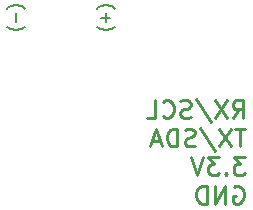
<source format=gbo>
G04 #@! TF.GenerationSoftware,KiCad,Pcbnew,9.0.4-9.0.4-0~ubuntu22.04.1*
G04 #@! TF.CreationDate,2025-10-28T08:42:02-06:00*
G04 #@! TF.ProjectId,WOOTSwitch,574f4f54-5377-4697-9463-682e6b696361,rev?*
G04 #@! TF.SameCoordinates,Original*
G04 #@! TF.FileFunction,Legend,Bot*
G04 #@! TF.FilePolarity,Positive*
%FSLAX46Y46*%
G04 Gerber Fmt 4.6, Leading zero omitted, Abs format (unit mm)*
G04 Created by KiCad (PCBNEW 9.0.4-9.0.4-0~ubuntu22.04.1) date 2025-10-28 08:42:02*
%MOMM*%
%LPD*%
G01*
G04 APERTURE LIST*
G04 Aperture macros list*
%AMRoundRect*
0 Rectangle with rounded corners*
0 $1 Rounding radius*
0 $2 $3 $4 $5 $6 $7 $8 $9 X,Y pos of 4 corners*
0 Add a 4 corners polygon primitive as box body*
4,1,4,$2,$3,$4,$5,$6,$7,$8,$9,$2,$3,0*
0 Add four circle primitives for the rounded corners*
1,1,$1+$1,$2,$3*
1,1,$1+$1,$4,$5*
1,1,$1+$1,$6,$7*
1,1,$1+$1,$8,$9*
0 Add four rect primitives between the rounded corners*
20,1,$1+$1,$2,$3,$4,$5,0*
20,1,$1+$1,$4,$5,$6,$7,0*
20,1,$1+$1,$6,$7,$8,$9,0*
20,1,$1+$1,$8,$9,$2,$3,0*%
G04 Aperture macros list end*
%ADD10C,0.150000*%
%ADD11C,0.250000*%
%ADD12C,2.700000*%
%ADD13C,1.400000*%
%ADD14C,3.200000*%
%ADD15R,1.700000X1.700000*%
%ADD16O,1.700000X1.700000*%
%ADD17RoundRect,0.102000X0.749000X-0.749000X0.749000X0.749000X-0.749000X0.749000X-0.749000X-0.749000X0*%
%ADD18C,1.702000*%
%ADD19C,1.600000*%
%ADD20R,4.000000X4.000000*%
%ADD21C,3.300000*%
%ADD22C,3.500000*%
%ADD23O,1.800000X1.800000*%
%ADD24O,1.500000X1.500000*%
%ADD25R,2.000000X2.000000*%
%ADD26C,2.000000*%
G04 APERTURE END LIST*
D10*
X75003771Y-102108095D02*
X74956152Y-102060476D01*
X74956152Y-102060476D02*
X74813295Y-101965238D01*
X74813295Y-101965238D02*
X74718057Y-101917619D01*
X74718057Y-101917619D02*
X74575200Y-101870000D01*
X74575200Y-101870000D02*
X74337104Y-101822381D01*
X74337104Y-101822381D02*
X74146628Y-101822381D01*
X74146628Y-101822381D02*
X73908533Y-101870000D01*
X73908533Y-101870000D02*
X73765676Y-101917619D01*
X73765676Y-101917619D02*
X73670438Y-101965238D01*
X73670438Y-101965238D02*
X73527580Y-102060476D01*
X73527580Y-102060476D02*
X73479961Y-102108095D01*
X74241866Y-102489048D02*
X74241866Y-103250953D01*
X74622819Y-102870000D02*
X73860914Y-102870000D01*
X75003771Y-103631905D02*
X74956152Y-103679524D01*
X74956152Y-103679524D02*
X74813295Y-103774762D01*
X74813295Y-103774762D02*
X74718057Y-103822381D01*
X74718057Y-103822381D02*
X74575200Y-103870000D01*
X74575200Y-103870000D02*
X74337104Y-103917619D01*
X74337104Y-103917619D02*
X74146628Y-103917619D01*
X74146628Y-103917619D02*
X73908533Y-103870000D01*
X73908533Y-103870000D02*
X73765676Y-103822381D01*
X73765676Y-103822381D02*
X73670438Y-103774762D01*
X73670438Y-103774762D02*
X73527580Y-103679524D01*
X73527580Y-103679524D02*
X73479961Y-103631905D01*
X67383771Y-102108095D02*
X67336152Y-102060476D01*
X67336152Y-102060476D02*
X67193295Y-101965238D01*
X67193295Y-101965238D02*
X67098057Y-101917619D01*
X67098057Y-101917619D02*
X66955200Y-101870000D01*
X66955200Y-101870000D02*
X66717104Y-101822381D01*
X66717104Y-101822381D02*
X66526628Y-101822381D01*
X66526628Y-101822381D02*
X66288533Y-101870000D01*
X66288533Y-101870000D02*
X66145676Y-101917619D01*
X66145676Y-101917619D02*
X66050438Y-101965238D01*
X66050438Y-101965238D02*
X65907580Y-102060476D01*
X65907580Y-102060476D02*
X65859961Y-102108095D01*
X66621866Y-102489048D02*
X66621866Y-103250953D01*
X67383771Y-103631905D02*
X67336152Y-103679524D01*
X67336152Y-103679524D02*
X67193295Y-103774762D01*
X67193295Y-103774762D02*
X67098057Y-103822381D01*
X67098057Y-103822381D02*
X66955200Y-103870000D01*
X66955200Y-103870000D02*
X66717104Y-103917619D01*
X66717104Y-103917619D02*
X66526628Y-103917619D01*
X66526628Y-103917619D02*
X66288533Y-103870000D01*
X66288533Y-103870000D02*
X66145676Y-103822381D01*
X66145676Y-103822381D02*
X66050438Y-103774762D01*
X66050438Y-103774762D02*
X65907580Y-103679524D01*
X65907580Y-103679524D02*
X65859961Y-103631905D01*
D11*
X84981241Y-111358554D02*
X85481241Y-110644268D01*
X85838384Y-111358554D02*
X85838384Y-109858554D01*
X85838384Y-109858554D02*
X85266955Y-109858554D01*
X85266955Y-109858554D02*
X85124098Y-109929983D01*
X85124098Y-109929983D02*
X85052669Y-110001411D01*
X85052669Y-110001411D02*
X84981241Y-110144268D01*
X84981241Y-110144268D02*
X84981241Y-110358554D01*
X84981241Y-110358554D02*
X85052669Y-110501411D01*
X85052669Y-110501411D02*
X85124098Y-110572840D01*
X85124098Y-110572840D02*
X85266955Y-110644268D01*
X85266955Y-110644268D02*
X85838384Y-110644268D01*
X84481241Y-109858554D02*
X83481241Y-111358554D01*
X83481241Y-109858554D02*
X84481241Y-111358554D01*
X81838384Y-109787126D02*
X83124098Y-111715697D01*
X81409812Y-111287126D02*
X81195527Y-111358554D01*
X81195527Y-111358554D02*
X80838384Y-111358554D01*
X80838384Y-111358554D02*
X80695527Y-111287126D01*
X80695527Y-111287126D02*
X80624098Y-111215697D01*
X80624098Y-111215697D02*
X80552669Y-111072840D01*
X80552669Y-111072840D02*
X80552669Y-110929983D01*
X80552669Y-110929983D02*
X80624098Y-110787126D01*
X80624098Y-110787126D02*
X80695527Y-110715697D01*
X80695527Y-110715697D02*
X80838384Y-110644268D01*
X80838384Y-110644268D02*
X81124098Y-110572840D01*
X81124098Y-110572840D02*
X81266955Y-110501411D01*
X81266955Y-110501411D02*
X81338384Y-110429983D01*
X81338384Y-110429983D02*
X81409812Y-110287126D01*
X81409812Y-110287126D02*
X81409812Y-110144268D01*
X81409812Y-110144268D02*
X81338384Y-110001411D01*
X81338384Y-110001411D02*
X81266955Y-109929983D01*
X81266955Y-109929983D02*
X81124098Y-109858554D01*
X81124098Y-109858554D02*
X80766955Y-109858554D01*
X80766955Y-109858554D02*
X80552669Y-109929983D01*
X79052670Y-111215697D02*
X79124098Y-111287126D01*
X79124098Y-111287126D02*
X79338384Y-111358554D01*
X79338384Y-111358554D02*
X79481241Y-111358554D01*
X79481241Y-111358554D02*
X79695527Y-111287126D01*
X79695527Y-111287126D02*
X79838384Y-111144268D01*
X79838384Y-111144268D02*
X79909813Y-111001411D01*
X79909813Y-111001411D02*
X79981241Y-110715697D01*
X79981241Y-110715697D02*
X79981241Y-110501411D01*
X79981241Y-110501411D02*
X79909813Y-110215697D01*
X79909813Y-110215697D02*
X79838384Y-110072840D01*
X79838384Y-110072840D02*
X79695527Y-109929983D01*
X79695527Y-109929983D02*
X79481241Y-109858554D01*
X79481241Y-109858554D02*
X79338384Y-109858554D01*
X79338384Y-109858554D02*
X79124098Y-109929983D01*
X79124098Y-109929983D02*
X79052670Y-110001411D01*
X77695527Y-111358554D02*
X78409813Y-111358554D01*
X78409813Y-111358554D02*
X78409813Y-109858554D01*
X86052669Y-112273470D02*
X85195527Y-112273470D01*
X85624098Y-113773470D02*
X85624098Y-112273470D01*
X84838384Y-112273470D02*
X83838384Y-113773470D01*
X83838384Y-112273470D02*
X84838384Y-113773470D01*
X82195527Y-112202042D02*
X83481241Y-114130613D01*
X81766955Y-113702042D02*
X81552670Y-113773470D01*
X81552670Y-113773470D02*
X81195527Y-113773470D01*
X81195527Y-113773470D02*
X81052670Y-113702042D01*
X81052670Y-113702042D02*
X80981241Y-113630613D01*
X80981241Y-113630613D02*
X80909812Y-113487756D01*
X80909812Y-113487756D02*
X80909812Y-113344899D01*
X80909812Y-113344899D02*
X80981241Y-113202042D01*
X80981241Y-113202042D02*
X81052670Y-113130613D01*
X81052670Y-113130613D02*
X81195527Y-113059184D01*
X81195527Y-113059184D02*
X81481241Y-112987756D01*
X81481241Y-112987756D02*
X81624098Y-112916327D01*
X81624098Y-112916327D02*
X81695527Y-112844899D01*
X81695527Y-112844899D02*
X81766955Y-112702042D01*
X81766955Y-112702042D02*
X81766955Y-112559184D01*
X81766955Y-112559184D02*
X81695527Y-112416327D01*
X81695527Y-112416327D02*
X81624098Y-112344899D01*
X81624098Y-112344899D02*
X81481241Y-112273470D01*
X81481241Y-112273470D02*
X81124098Y-112273470D01*
X81124098Y-112273470D02*
X80909812Y-112344899D01*
X80266956Y-113773470D02*
X80266956Y-112273470D01*
X80266956Y-112273470D02*
X79909813Y-112273470D01*
X79909813Y-112273470D02*
X79695527Y-112344899D01*
X79695527Y-112344899D02*
X79552670Y-112487756D01*
X79552670Y-112487756D02*
X79481241Y-112630613D01*
X79481241Y-112630613D02*
X79409813Y-112916327D01*
X79409813Y-112916327D02*
X79409813Y-113130613D01*
X79409813Y-113130613D02*
X79481241Y-113416327D01*
X79481241Y-113416327D02*
X79552670Y-113559184D01*
X79552670Y-113559184D02*
X79695527Y-113702042D01*
X79695527Y-113702042D02*
X79909813Y-113773470D01*
X79909813Y-113773470D02*
X80266956Y-113773470D01*
X78838384Y-113344899D02*
X78124099Y-113344899D01*
X78981241Y-113773470D02*
X78481241Y-112273470D01*
X78481241Y-112273470D02*
X77981241Y-113773470D01*
X85981241Y-114688386D02*
X85052669Y-114688386D01*
X85052669Y-114688386D02*
X85552669Y-115259815D01*
X85552669Y-115259815D02*
X85338384Y-115259815D01*
X85338384Y-115259815D02*
X85195527Y-115331243D01*
X85195527Y-115331243D02*
X85124098Y-115402672D01*
X85124098Y-115402672D02*
X85052669Y-115545529D01*
X85052669Y-115545529D02*
X85052669Y-115902672D01*
X85052669Y-115902672D02*
X85124098Y-116045529D01*
X85124098Y-116045529D02*
X85195527Y-116116958D01*
X85195527Y-116116958D02*
X85338384Y-116188386D01*
X85338384Y-116188386D02*
X85766955Y-116188386D01*
X85766955Y-116188386D02*
X85909812Y-116116958D01*
X85909812Y-116116958D02*
X85981241Y-116045529D01*
X84409813Y-116045529D02*
X84338384Y-116116958D01*
X84338384Y-116116958D02*
X84409813Y-116188386D01*
X84409813Y-116188386D02*
X84481241Y-116116958D01*
X84481241Y-116116958D02*
X84409813Y-116045529D01*
X84409813Y-116045529D02*
X84409813Y-116188386D01*
X83838384Y-114688386D02*
X82909812Y-114688386D01*
X82909812Y-114688386D02*
X83409812Y-115259815D01*
X83409812Y-115259815D02*
X83195527Y-115259815D01*
X83195527Y-115259815D02*
X83052670Y-115331243D01*
X83052670Y-115331243D02*
X82981241Y-115402672D01*
X82981241Y-115402672D02*
X82909812Y-115545529D01*
X82909812Y-115545529D02*
X82909812Y-115902672D01*
X82909812Y-115902672D02*
X82981241Y-116045529D01*
X82981241Y-116045529D02*
X83052670Y-116116958D01*
X83052670Y-116116958D02*
X83195527Y-116188386D01*
X83195527Y-116188386D02*
X83624098Y-116188386D01*
X83624098Y-116188386D02*
X83766955Y-116116958D01*
X83766955Y-116116958D02*
X83838384Y-116045529D01*
X82481241Y-114688386D02*
X81981241Y-116188386D01*
X81981241Y-116188386D02*
X81481241Y-114688386D01*
X85052669Y-117174731D02*
X85195527Y-117103302D01*
X85195527Y-117103302D02*
X85409812Y-117103302D01*
X85409812Y-117103302D02*
X85624098Y-117174731D01*
X85624098Y-117174731D02*
X85766955Y-117317588D01*
X85766955Y-117317588D02*
X85838384Y-117460445D01*
X85838384Y-117460445D02*
X85909812Y-117746159D01*
X85909812Y-117746159D02*
X85909812Y-117960445D01*
X85909812Y-117960445D02*
X85838384Y-118246159D01*
X85838384Y-118246159D02*
X85766955Y-118389016D01*
X85766955Y-118389016D02*
X85624098Y-118531874D01*
X85624098Y-118531874D02*
X85409812Y-118603302D01*
X85409812Y-118603302D02*
X85266955Y-118603302D01*
X85266955Y-118603302D02*
X85052669Y-118531874D01*
X85052669Y-118531874D02*
X84981241Y-118460445D01*
X84981241Y-118460445D02*
X84981241Y-117960445D01*
X84981241Y-117960445D02*
X85266955Y-117960445D01*
X84338384Y-118603302D02*
X84338384Y-117103302D01*
X84338384Y-117103302D02*
X83481241Y-118603302D01*
X83481241Y-118603302D02*
X83481241Y-117103302D01*
X82766955Y-118603302D02*
X82766955Y-117103302D01*
X82766955Y-117103302D02*
X82409812Y-117103302D01*
X82409812Y-117103302D02*
X82195526Y-117174731D01*
X82195526Y-117174731D02*
X82052669Y-117317588D01*
X82052669Y-117317588D02*
X81981240Y-117460445D01*
X81981240Y-117460445D02*
X81909812Y-117746159D01*
X81909812Y-117746159D02*
X81909812Y-117960445D01*
X81909812Y-117960445D02*
X81981240Y-118246159D01*
X81981240Y-118246159D02*
X82052669Y-118389016D01*
X82052669Y-118389016D02*
X82195526Y-118531874D01*
X82195526Y-118531874D02*
X82409812Y-118603302D01*
X82409812Y-118603302D02*
X82766955Y-118603302D01*
%LPC*%
D12*
X70000000Y-74000000D03*
D13*
X68500000Y-126350000D03*
X68500000Y-119650000D03*
X71000000Y-126350000D03*
X71000000Y-119650000D03*
D14*
X65510000Y-129760000D03*
X64700000Y-123000000D03*
X65510000Y-116240000D03*
D13*
X136630000Y-68490000D03*
X143330000Y-68490000D03*
X136630000Y-70990000D03*
X143330000Y-70990000D03*
D14*
X133220000Y-65500000D03*
X139980000Y-64690000D03*
X146740000Y-65500000D03*
D15*
X156718000Y-132583000D03*
D16*
X156718000Y-135123000D03*
D17*
X151990000Y-145610000D03*
D18*
X151990000Y-139110000D03*
X156490000Y-145610000D03*
X156490000Y-139110000D03*
D13*
X76670000Y-68490000D03*
X83370000Y-68490000D03*
X76670000Y-70990000D03*
X83370000Y-70990000D03*
D14*
X73260000Y-65500000D03*
X80020000Y-64690000D03*
X86780000Y-65500000D03*
D19*
X63100000Y-94000000D03*
D20*
X72100000Y-94000000D03*
D21*
X66100000Y-94000000D03*
D22*
X65100000Y-89500000D03*
X65100000Y-98500000D03*
D23*
X112725000Y-145000000D03*
D24*
X112425000Y-141970000D03*
X107575000Y-141970000D03*
D23*
X107275000Y-145000000D03*
D16*
X118890000Y-145130000D03*
X118890000Y-142590000D03*
D15*
X118890000Y-140050000D03*
D16*
X118890000Y-137510000D03*
X118890000Y-134970000D03*
X118890000Y-132430000D03*
X118890000Y-129890000D03*
D15*
X118890000Y-127350000D03*
D16*
X118890000Y-124810000D03*
X118890000Y-122270000D03*
X118890000Y-119730000D03*
X118890000Y-117190000D03*
D15*
X118890000Y-114650000D03*
D16*
X118890000Y-112110000D03*
X118890000Y-109570000D03*
X118890000Y-107030000D03*
X118890000Y-104490000D03*
D15*
X118890000Y-101950000D03*
D16*
X118890000Y-99410000D03*
X118890000Y-96870000D03*
X101110000Y-96870000D03*
X101110000Y-99410000D03*
D15*
X101110000Y-101950000D03*
D16*
X101110000Y-104490000D03*
X101110000Y-107030000D03*
X101110000Y-109570000D03*
X101110000Y-112110000D03*
D15*
X101110000Y-114650000D03*
D16*
X101110000Y-117190000D03*
X101110000Y-119730000D03*
X101110000Y-122270000D03*
X101110000Y-124810000D03*
D15*
X101110000Y-127350000D03*
D16*
X101110000Y-129890000D03*
X101110000Y-132430000D03*
X101110000Y-134970000D03*
X101110000Y-137510000D03*
D15*
X101110000Y-140050000D03*
D16*
X101110000Y-142590000D03*
X101110000Y-145130000D03*
D25*
X152400000Y-109230000D03*
D26*
X152400000Y-116830000D03*
D15*
X88265000Y-110490000D03*
D16*
X88265000Y-113030000D03*
X88265000Y-115570000D03*
X88265000Y-118110000D03*
D12*
X150000000Y-74000000D03*
D13*
X96680000Y-68490000D03*
X103380000Y-68490000D03*
X96680000Y-70990000D03*
X103380000Y-70990000D03*
D14*
X93270000Y-65500000D03*
X100030000Y-64690000D03*
X106790000Y-65500000D03*
D13*
X116650000Y-68490000D03*
X123350000Y-68490000D03*
X116650000Y-70990000D03*
X123350000Y-70990000D03*
D14*
X113240000Y-65500000D03*
X120000000Y-64690000D03*
X126760000Y-65500000D03*
D26*
X64770000Y-109855000D03*
X69850000Y-109855000D03*
D12*
X150000000Y-134000000D03*
D13*
X83350000Y-139500000D03*
X76650000Y-139500000D03*
X83350000Y-137000000D03*
X76650000Y-137000000D03*
D14*
X86760000Y-142490000D03*
X80000000Y-143300000D03*
X73240000Y-142490000D03*
D12*
X70000000Y-134000000D03*
D15*
X91325000Y-137389000D03*
D16*
X93865000Y-137389000D03*
X91325000Y-139929000D03*
X93865000Y-139929000D03*
D15*
X71755000Y-102870000D03*
D16*
X69215000Y-102870000D03*
%LPD*%
M02*

</source>
